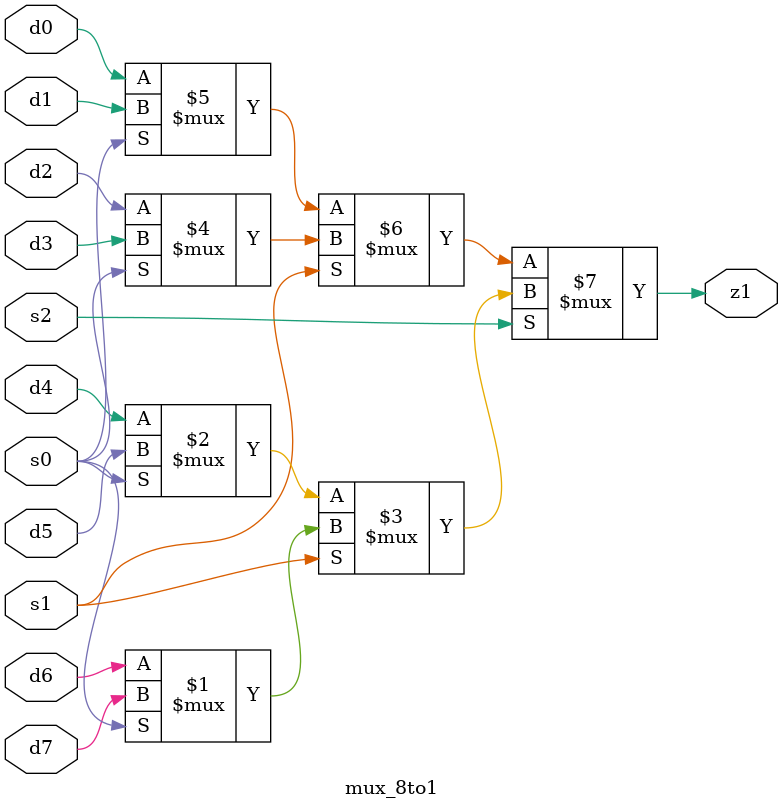
<source format=v>
`timescale 1ns / 1ps


//module mux_3to1 (s0, s1, d0, d1, d2, z1);

////define inputs and output
//input s0, s1, d0, d1, d2;
//output z1;
////use the nested conditional operator
//assign z1 = s1 ? d2 : (s0 ? d1 : d0);
//endmodule



module mux_8to1(s2,s1,s0, d0, d1, d2, d3, d4, d5, d6, d7, z1);
input s2,s1,s0, d0, d1, d2, d3, d4, d5, d6, d7;
output z1;

//assign z1 = s1 ? (s0 ? d3 :d2) : (s0 ? d1 : d0);

assign z1 = s2 ? (s1 ? (s0 ? d7 : d6) : (s0 ? d5 : d4)) : (s1 ? (s0 ? d3 : d2) : (s0 ? d1 : d0));

endmodule

</source>
